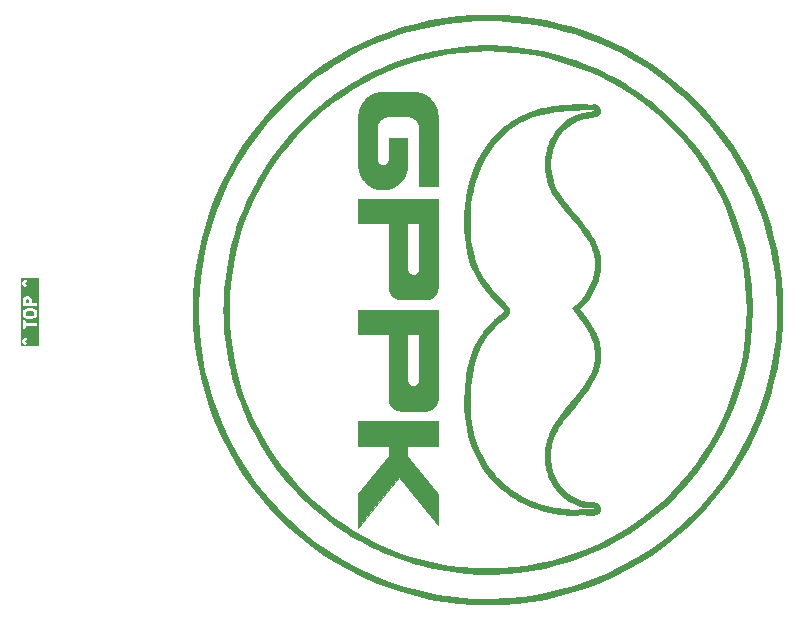
<source format=gto>
G04 #@! TF.GenerationSoftware,KiCad,Pcbnew,8.0.1*
G04 #@! TF.CreationDate,2024-04-08T19:57:07+01:00*
G04 #@! TF.ProjectId,hexpansion,68657870-616e-4736-996f-6e2e6b696361,rev?*
G04 #@! TF.SameCoordinates,Original*
G04 #@! TF.FileFunction,Legend,Top*
G04 #@! TF.FilePolarity,Positive*
%FSLAX46Y46*%
G04 Gerber Fmt 4.6, Leading zero omitted, Abs format (unit mm)*
G04 Created by KiCad (PCBNEW 8.0.1) date 2024-04-08 19:57:07*
%MOMM*%
%LPD*%
G01*
G04 APERTURE LIST*
%ADD10C,0.069916*%
%ADD11C,0.000000*%
%ADD12C,0.250000*%
G04 APERTURE END LIST*
D10*
X137922714Y-111256264D02*
X135337921Y-111256264D01*
X135337921Y-112158211D01*
X137922714Y-115390709D01*
X137922714Y-117969452D01*
X134666000Y-113901581D01*
X131209534Y-118229744D01*
X131209534Y-115390717D01*
X133788269Y-112158218D01*
X133788269Y-111256271D01*
X131209534Y-111256271D01*
X131209534Y-109192062D01*
X137922714Y-109192062D01*
X137922714Y-111256264D01*
G36*
X137922714Y-111256264D02*
G01*
X135337921Y-111256264D01*
X135337921Y-112158211D01*
X137922714Y-115390709D01*
X137922714Y-117969452D01*
X134666000Y-113901581D01*
X131209534Y-118229744D01*
X131209534Y-115390717D01*
X133788269Y-112158218D01*
X133788269Y-111256271D01*
X131209534Y-111256271D01*
X131209534Y-109192062D01*
X137922714Y-109192062D01*
X137922714Y-111256264D01*
G37*
D11*
G36*
X143437665Y-74797736D02*
G01*
X144668932Y-74889341D01*
X145889736Y-75040982D01*
X147098027Y-75251810D01*
X148291757Y-75520975D01*
X149468876Y-75847629D01*
X150627335Y-76230922D01*
X151765085Y-76670008D01*
X152880078Y-77164035D01*
X153970264Y-77712157D01*
X155033593Y-78313524D01*
X156068018Y-78967286D01*
X157071489Y-79672597D01*
X158041957Y-80428606D01*
X158977372Y-81234465D01*
X159875687Y-82089325D01*
X160730550Y-82987637D01*
X161536412Y-83923050D01*
X162292424Y-84893516D01*
X162997737Y-85896986D01*
X163651502Y-86931410D01*
X164252872Y-87994740D01*
X164800996Y-89084926D01*
X165295027Y-90199920D01*
X165734115Y-91337671D01*
X166117412Y-92496132D01*
X166444068Y-93673254D01*
X166713236Y-94866986D01*
X166924066Y-96075280D01*
X167075710Y-97296087D01*
X167167319Y-98527358D01*
X167198044Y-99767044D01*
X167167319Y-101006725D01*
X167075711Y-102237991D01*
X166924068Y-103458794D01*
X166713239Y-104667085D01*
X166444072Y-105860814D01*
X166117417Y-107037933D01*
X165734122Y-108196392D01*
X165295036Y-109334142D01*
X164801008Y-110449134D01*
X164252886Y-111539319D01*
X163651519Y-112602648D01*
X162997756Y-113637072D01*
X162292446Y-114640541D01*
X161536436Y-115611007D01*
X160730577Y-116546421D01*
X159875717Y-117444733D01*
X158977405Y-118299593D01*
X158041991Y-119105452D01*
X157071524Y-119861462D01*
X156068053Y-120566773D01*
X155033628Y-121220536D01*
X153970298Y-121821903D01*
X152880111Y-122370026D01*
X151765118Y-122864055D01*
X150627367Y-123303141D01*
X149468907Y-123686436D01*
X148291788Y-124013091D01*
X147098060Y-124282257D01*
X145889770Y-124493086D01*
X144668969Y-124644729D01*
X143437705Y-124736336D01*
X142198029Y-124767059D01*
X140958349Y-124736336D01*
X139727084Y-124644729D01*
X138506281Y-124493086D01*
X137297991Y-124282258D01*
X136104262Y-124013091D01*
X134927144Y-123686436D01*
X133768685Y-123303142D01*
X132630935Y-122864056D01*
X131515943Y-122370027D01*
X130425757Y-121821905D01*
X129362429Y-121220539D01*
X128328005Y-120566776D01*
X127324536Y-119861466D01*
X126354071Y-119105457D01*
X125418658Y-118299599D01*
X124520348Y-117444740D01*
X123665487Y-116546430D01*
X122859628Y-115611017D01*
X122103618Y-114640552D01*
X121398306Y-113637083D01*
X120744542Y-112602659D01*
X120143174Y-111539330D01*
X119595051Y-110449144D01*
X119101021Y-109334151D01*
X118661933Y-108196400D01*
X118278637Y-107037940D01*
X117951981Y-105860821D01*
X117682813Y-104667090D01*
X117471983Y-103458798D01*
X117320339Y-102237994D01*
X117228731Y-101006726D01*
X117198006Y-99767044D01*
X117209616Y-99298587D01*
X117744291Y-99298587D01*
X117745867Y-100426066D01*
X117798923Y-101552188D01*
X117903644Y-102674578D01*
X118060217Y-103790861D01*
X118268827Y-104898660D01*
X118529659Y-105995603D01*
X118842899Y-107079313D01*
X119208733Y-108147415D01*
X119729136Y-109472921D01*
X120329133Y-110762294D01*
X121005288Y-112012291D01*
X121754164Y-113219666D01*
X122572326Y-114381176D01*
X123456338Y-115493576D01*
X124402763Y-116553623D01*
X125408166Y-117558072D01*
X126469111Y-118503679D01*
X127582162Y-119387199D01*
X128743882Y-120205388D01*
X129950837Y-120955003D01*
X131199590Y-121632798D01*
X132486705Y-122235530D01*
X133808746Y-122759955D01*
X135162277Y-123202827D01*
X136565457Y-123585929D01*
X137987981Y-123879786D01*
X139424893Y-124085304D01*
X140871230Y-124203388D01*
X142322035Y-124234940D01*
X143772348Y-124180867D01*
X145217209Y-124042072D01*
X146651659Y-123819460D01*
X148070738Y-123513935D01*
X149469487Y-123126403D01*
X150842947Y-122657766D01*
X152186157Y-122108930D01*
X153494159Y-121480800D01*
X154761993Y-120774279D01*
X155984699Y-119990272D01*
X157157318Y-119129684D01*
X158256792Y-118237891D01*
X159298251Y-117281541D01*
X160279687Y-116264883D01*
X161199091Y-115192166D01*
X162054457Y-114067636D01*
X162843777Y-112895542D01*
X163565041Y-111680132D01*
X164216244Y-110425654D01*
X164795376Y-109136357D01*
X165300430Y-107816488D01*
X165729398Y-106470295D01*
X166080272Y-105102026D01*
X166351045Y-103715930D01*
X166539708Y-102316254D01*
X166644253Y-100907247D01*
X166662674Y-99493156D01*
X166662659Y-99493164D01*
X166652770Y-99115715D01*
X166636583Y-98738231D01*
X166614059Y-98360848D01*
X166585159Y-97983704D01*
X166562958Y-97496902D01*
X166483776Y-96818350D01*
X166386922Y-96142121D01*
X166272400Y-95468715D01*
X166140213Y-94798636D01*
X165990366Y-94132385D01*
X165822863Y-93470465D01*
X165637708Y-92813376D01*
X165434904Y-92161622D01*
X165214456Y-91515704D01*
X164976369Y-90876124D01*
X164720645Y-90243385D01*
X164447289Y-89617987D01*
X164156306Y-89000434D01*
X163847698Y-88391227D01*
X163521471Y-87790868D01*
X163177628Y-87199860D01*
X162729773Y-86480359D01*
X162256913Y-85777313D01*
X161759779Y-85091394D01*
X161239103Y-84423272D01*
X160695617Y-83773618D01*
X160130052Y-83143102D01*
X159543141Y-82532396D01*
X158935616Y-81942170D01*
X158308207Y-81373095D01*
X157661648Y-80825842D01*
X156996670Y-80301081D01*
X156314005Y-79799483D01*
X155614385Y-79321719D01*
X154898541Y-78868460D01*
X154167206Y-78440377D01*
X153421112Y-78038139D01*
X152666960Y-77665460D01*
X151900396Y-77319181D01*
X151122373Y-76999549D01*
X150333845Y-76706808D01*
X149535765Y-76441206D01*
X148729087Y-76202986D01*
X147914764Y-75992396D01*
X147093750Y-75809680D01*
X146266998Y-75655085D01*
X145435462Y-75528856D01*
X144600095Y-75431239D01*
X143761851Y-75362480D01*
X142921683Y-75322825D01*
X142080544Y-75312518D01*
X141239389Y-75331807D01*
X140399170Y-75380936D01*
X139555160Y-75456178D01*
X138714550Y-75561493D01*
X137878283Y-75696499D01*
X137047303Y-75860817D01*
X136222554Y-76054064D01*
X135404980Y-76275859D01*
X134595524Y-76525822D01*
X133795130Y-76803571D01*
X133004742Y-77108725D01*
X132225303Y-77440903D01*
X131457759Y-77799724D01*
X130703051Y-78184806D01*
X129962124Y-78595770D01*
X129235922Y-79032233D01*
X128525388Y-79493814D01*
X127831467Y-79980133D01*
X127153815Y-80489656D01*
X126494583Y-81022677D01*
X125854418Y-81578413D01*
X125233969Y-82156084D01*
X124633886Y-82754910D01*
X124054817Y-83374110D01*
X123497412Y-84012903D01*
X122962319Y-84670507D01*
X122450188Y-85346144D01*
X121961668Y-86039031D01*
X121497407Y-86748387D01*
X121058055Y-87473433D01*
X120644261Y-88213388D01*
X120256673Y-88967469D01*
X119895941Y-89734898D01*
X119562714Y-90514893D01*
X119159126Y-91567729D01*
X118805534Y-92638209D01*
X118502124Y-93723956D01*
X118249081Y-94822597D01*
X118046591Y-95931755D01*
X117894839Y-97049056D01*
X117794010Y-98172125D01*
X117744291Y-99298587D01*
X117209616Y-99298587D01*
X117228729Y-98527363D01*
X117320336Y-97296097D01*
X117471979Y-96075293D01*
X117682808Y-94867002D01*
X117951974Y-93673272D01*
X118278629Y-92496153D01*
X118661924Y-91337693D01*
X119101010Y-90199943D01*
X119595039Y-89084950D01*
X120143162Y-87994764D01*
X120744529Y-86931434D01*
X121398292Y-85897010D01*
X122103603Y-84893540D01*
X122859613Y-83923073D01*
X123665472Y-82987660D01*
X124520332Y-82089348D01*
X125418643Y-81234487D01*
X126354055Y-80428628D01*
X127324520Y-79672618D01*
X128327989Y-78967307D01*
X129362412Y-78313543D01*
X130425741Y-77712175D01*
X131515925Y-77164051D01*
X132630916Y-76670022D01*
X133768664Y-76230935D01*
X134927121Y-75847639D01*
X136104237Y-75520983D01*
X137297963Y-75251817D01*
X138506250Y-75040987D01*
X139727048Y-74889345D01*
X140958309Y-74797737D01*
X142197983Y-74767014D01*
X143437665Y-74797736D01*
G37*
D10*
X137922714Y-97829895D02*
X137921532Y-97882412D01*
X137917985Y-97934031D01*
X137912073Y-97984751D01*
X137903797Y-98034572D01*
X137893156Y-98083496D01*
X137880151Y-98131521D01*
X137864781Y-98178647D01*
X137847046Y-98224875D01*
X137826946Y-98270205D01*
X137804482Y-98314636D01*
X137779654Y-98358169D01*
X137752460Y-98400803D01*
X137722903Y-98442539D01*
X137690980Y-98483376D01*
X137656693Y-98523315D01*
X137620041Y-98562355D01*
X137581713Y-98599005D01*
X137542391Y-98633291D01*
X137502076Y-98665212D01*
X137460768Y-98694769D01*
X137418466Y-98721961D01*
X137375171Y-98746788D01*
X137330883Y-98769251D01*
X137285601Y-98789350D01*
X137239326Y-98807083D01*
X137192057Y-98822453D01*
X137143795Y-98835457D01*
X137094540Y-98846097D01*
X137044292Y-98854373D01*
X136993051Y-98860284D01*
X136940816Y-98863831D01*
X136887588Y-98865013D01*
X134823395Y-98865013D01*
X134770167Y-98863831D01*
X134717932Y-98860284D01*
X134666691Y-98854373D01*
X134616443Y-98846097D01*
X134567187Y-98835457D01*
X134518925Y-98822453D01*
X134471657Y-98807083D01*
X134425381Y-98789350D01*
X134380098Y-98769251D01*
X134335809Y-98746788D01*
X134292512Y-98721961D01*
X134250209Y-98694769D01*
X134208899Y-98665212D01*
X134168582Y-98633291D01*
X134129258Y-98599005D01*
X134090927Y-98562355D01*
X134054275Y-98523315D01*
X134019988Y-98483376D01*
X133988065Y-98442539D01*
X133958508Y-98400803D01*
X133931314Y-98358169D01*
X133906486Y-98314636D01*
X133884022Y-98270205D01*
X133863922Y-98224875D01*
X133846187Y-98178647D01*
X133830817Y-98131521D01*
X133817812Y-98083496D01*
X133807171Y-98034572D01*
X133798895Y-97984751D01*
X133792983Y-97934031D01*
X133789436Y-97882412D01*
X133788254Y-97829895D01*
X133788254Y-92406075D01*
X135337921Y-92406075D01*
X135337921Y-96280235D01*
X135338512Y-96306482D01*
X135340286Y-96332256D01*
X135343242Y-96357556D01*
X135347380Y-96382384D01*
X135352700Y-96406739D01*
X135359203Y-96430621D01*
X135366888Y-96454030D01*
X135375755Y-96476966D01*
X135385805Y-96499429D01*
X135397037Y-96521420D01*
X135409451Y-96542937D01*
X135423048Y-96563982D01*
X135437827Y-96584554D01*
X135453788Y-96604653D01*
X135470932Y-96624279D01*
X135489258Y-96643433D01*
X135508435Y-96661757D01*
X135528132Y-96678900D01*
X135548349Y-96694860D01*
X135569086Y-96709638D01*
X135590344Y-96723234D01*
X135612121Y-96735648D01*
X135634418Y-96746879D01*
X135657236Y-96756928D01*
X135680574Y-96765796D01*
X135704432Y-96773480D01*
X135728810Y-96779983D01*
X135753709Y-96785303D01*
X135779127Y-96789441D01*
X135805066Y-96792397D01*
X135831526Y-96794170D01*
X135858505Y-96794762D01*
X135884753Y-96794170D01*
X135910528Y-96792397D01*
X135935830Y-96789441D01*
X135960658Y-96785303D01*
X135985014Y-96779983D01*
X136008896Y-96773480D01*
X136032306Y-96765796D01*
X136055243Y-96756928D01*
X136077706Y-96746879D01*
X136099697Y-96735648D01*
X136121215Y-96723234D01*
X136142259Y-96709638D01*
X136162831Y-96694860D01*
X136182930Y-96678900D01*
X136202557Y-96661757D01*
X136221710Y-96643433D01*
X136240036Y-96624279D01*
X136257180Y-96604653D01*
X136273141Y-96584554D01*
X136287920Y-96563982D01*
X136301517Y-96542937D01*
X136313931Y-96521420D01*
X136325163Y-96499429D01*
X136335213Y-96476966D01*
X136344080Y-96454030D01*
X136351765Y-96430621D01*
X136358268Y-96406739D01*
X136363588Y-96382384D01*
X136367726Y-96357556D01*
X136370682Y-96332256D01*
X136372456Y-96306482D01*
X136373047Y-96280235D01*
X136373047Y-92406075D01*
X135337921Y-92406075D01*
X133788254Y-92406075D01*
X131209518Y-92406075D01*
X131209534Y-90341873D01*
X137922714Y-90341873D01*
X137922714Y-97829895D01*
G36*
X137922714Y-97829895D02*
G01*
X137921532Y-97882412D01*
X137917985Y-97934031D01*
X137912073Y-97984751D01*
X137903797Y-98034572D01*
X137893156Y-98083496D01*
X137880151Y-98131521D01*
X137864781Y-98178647D01*
X137847046Y-98224875D01*
X137826946Y-98270205D01*
X137804482Y-98314636D01*
X137779654Y-98358169D01*
X137752460Y-98400803D01*
X137722903Y-98442539D01*
X137690980Y-98483376D01*
X137656693Y-98523315D01*
X137620041Y-98562355D01*
X137581713Y-98599005D01*
X137542391Y-98633291D01*
X137502076Y-98665212D01*
X137460768Y-98694769D01*
X137418466Y-98721961D01*
X137375171Y-98746788D01*
X137330883Y-98769251D01*
X137285601Y-98789350D01*
X137239326Y-98807083D01*
X137192057Y-98822453D01*
X137143795Y-98835457D01*
X137094540Y-98846097D01*
X137044292Y-98854373D01*
X136993051Y-98860284D01*
X136940816Y-98863831D01*
X136887588Y-98865013D01*
X134823395Y-98865013D01*
X134770167Y-98863831D01*
X134717932Y-98860284D01*
X134666691Y-98854373D01*
X134616443Y-98846097D01*
X134567187Y-98835457D01*
X134518925Y-98822453D01*
X134471657Y-98807083D01*
X134425381Y-98789350D01*
X134380098Y-98769251D01*
X134335809Y-98746788D01*
X134292512Y-98721961D01*
X134250209Y-98694769D01*
X134208899Y-98665212D01*
X134168582Y-98633291D01*
X134129258Y-98599005D01*
X134090927Y-98562355D01*
X134054275Y-98523315D01*
X134019988Y-98483376D01*
X133988065Y-98442539D01*
X133958508Y-98400803D01*
X133931314Y-98358169D01*
X133906486Y-98314636D01*
X133884022Y-98270205D01*
X133863922Y-98224875D01*
X133846187Y-98178647D01*
X133830817Y-98131521D01*
X133817812Y-98083496D01*
X133807171Y-98034572D01*
X133798895Y-97984751D01*
X133792983Y-97934031D01*
X133789436Y-97882412D01*
X133788254Y-97829895D01*
X133788254Y-92406075D01*
X135337921Y-92406075D01*
X135337921Y-96280235D01*
X135338512Y-96306482D01*
X135340286Y-96332256D01*
X135343242Y-96357556D01*
X135347380Y-96382384D01*
X135352700Y-96406739D01*
X135359203Y-96430621D01*
X135366888Y-96454030D01*
X135375755Y-96476966D01*
X135385805Y-96499429D01*
X135397037Y-96521420D01*
X135409451Y-96542937D01*
X135423048Y-96563982D01*
X135437827Y-96584554D01*
X135453788Y-96604653D01*
X135470932Y-96624279D01*
X135489258Y-96643433D01*
X135508435Y-96661757D01*
X135528132Y-96678900D01*
X135548349Y-96694860D01*
X135569086Y-96709638D01*
X135590344Y-96723234D01*
X135612121Y-96735648D01*
X135634418Y-96746879D01*
X135657236Y-96756928D01*
X135680574Y-96765796D01*
X135704432Y-96773480D01*
X135728810Y-96779983D01*
X135753709Y-96785303D01*
X135779127Y-96789441D01*
X135805066Y-96792397D01*
X135831526Y-96794170D01*
X135858505Y-96794762D01*
X135884753Y-96794170D01*
X135910528Y-96792397D01*
X135935830Y-96789441D01*
X135960658Y-96785303D01*
X135985014Y-96779983D01*
X136008896Y-96773480D01*
X136032306Y-96765796D01*
X136055243Y-96756928D01*
X136077706Y-96746879D01*
X136099697Y-96735648D01*
X136121215Y-96723234D01*
X136142259Y-96709638D01*
X136162831Y-96694860D01*
X136182930Y-96678900D01*
X136202557Y-96661757D01*
X136221710Y-96643433D01*
X136240036Y-96624279D01*
X136257180Y-96604653D01*
X136273141Y-96584554D01*
X136287920Y-96563982D01*
X136301517Y-96542937D01*
X136313931Y-96521420D01*
X136325163Y-96499429D01*
X136335213Y-96476966D01*
X136344080Y-96454030D01*
X136351765Y-96430621D01*
X136358268Y-96406739D01*
X136363588Y-96382384D01*
X136367726Y-96357556D01*
X136370682Y-96332256D01*
X136372456Y-96306482D01*
X136373047Y-96280235D01*
X136373047Y-92406075D01*
X135337921Y-92406075D01*
X133788254Y-92406075D01*
X131209518Y-92406075D01*
X131209534Y-90341873D01*
X137922714Y-90341873D01*
X137922714Y-97829895D01*
G37*
X137922714Y-107254990D02*
X137921532Y-107307506D01*
X137917985Y-107359125D01*
X137912073Y-107409845D01*
X137903797Y-107459666D01*
X137893156Y-107508589D01*
X137880151Y-107556613D01*
X137864781Y-107603739D01*
X137847046Y-107649966D01*
X137826946Y-107695295D01*
X137804482Y-107739726D01*
X137779654Y-107783258D01*
X137752460Y-107825891D01*
X137722903Y-107867627D01*
X137690980Y-107908463D01*
X137656693Y-107948402D01*
X137620041Y-107987442D01*
X137581713Y-108024094D01*
X137542391Y-108058381D01*
X137502076Y-108090304D01*
X137460768Y-108119862D01*
X137418466Y-108147055D01*
X137375171Y-108171884D01*
X137330883Y-108194348D01*
X137285601Y-108214447D01*
X137239326Y-108232182D01*
X137192057Y-108247552D01*
X137143795Y-108260557D01*
X137094540Y-108271198D01*
X137044292Y-108279474D01*
X136993051Y-108285386D01*
X136940816Y-108288933D01*
X136887588Y-108290115D01*
X134823395Y-108290115D01*
X134770167Y-108288933D01*
X134717932Y-108285386D01*
X134666691Y-108279474D01*
X134616443Y-108271198D01*
X134567187Y-108260557D01*
X134518925Y-108247552D01*
X134471657Y-108232182D01*
X134425381Y-108214447D01*
X134380098Y-108194348D01*
X134335809Y-108171884D01*
X134292512Y-108147055D01*
X134250209Y-108119862D01*
X134208899Y-108090304D01*
X134168582Y-108058381D01*
X134129258Y-108024094D01*
X134090927Y-107987442D01*
X134054275Y-107948402D01*
X134019988Y-107908463D01*
X133988065Y-107867627D01*
X133958508Y-107825891D01*
X133931314Y-107783258D01*
X133906486Y-107739726D01*
X133884022Y-107695295D01*
X133863922Y-107649966D01*
X133846187Y-107603739D01*
X133830817Y-107556613D01*
X133817812Y-107508589D01*
X133807171Y-107459666D01*
X133798895Y-107409845D01*
X133792983Y-107359125D01*
X133789436Y-107307506D01*
X133788254Y-107254990D01*
X133788254Y-101831169D01*
X135337921Y-101831169D01*
X135337921Y-105705322D01*
X135338512Y-105731569D01*
X135340286Y-105757343D01*
X135343242Y-105782644D01*
X135347380Y-105807472D01*
X135352700Y-105831827D01*
X135359203Y-105855710D01*
X135366888Y-105879119D01*
X135375755Y-105902056D01*
X135385805Y-105924519D01*
X135397037Y-105946510D01*
X135409451Y-105968028D01*
X135423048Y-105989072D01*
X135437827Y-106009644D01*
X135453788Y-106029742D01*
X135470932Y-106049367D01*
X135489258Y-106068520D01*
X135508435Y-106086846D01*
X135528132Y-106103989D01*
X135548349Y-106119950D01*
X135569086Y-106134729D01*
X135590344Y-106148326D01*
X135612121Y-106160740D01*
X135634418Y-106171972D01*
X135657236Y-106182022D01*
X135680574Y-106190889D01*
X135704432Y-106198575D01*
X135728810Y-106205077D01*
X135753709Y-106210398D01*
X135779127Y-106214536D01*
X135805066Y-106217492D01*
X135831526Y-106219265D01*
X135858505Y-106219856D01*
X135884753Y-106219265D01*
X135910528Y-106217492D01*
X135935830Y-106214536D01*
X135960658Y-106210398D01*
X135985014Y-106205077D01*
X136008896Y-106198575D01*
X136032306Y-106190889D01*
X136055243Y-106182022D01*
X136077706Y-106171972D01*
X136099697Y-106160740D01*
X136121215Y-106148326D01*
X136142259Y-106134729D01*
X136162831Y-106119950D01*
X136182930Y-106103989D01*
X136202557Y-106086846D01*
X136221710Y-106068520D01*
X136240036Y-106049367D01*
X136257180Y-106029742D01*
X136273141Y-106009644D01*
X136287920Y-105989072D01*
X136301517Y-105968028D01*
X136313931Y-105946510D01*
X136325163Y-105924519D01*
X136335213Y-105902056D01*
X136344080Y-105879119D01*
X136351765Y-105855710D01*
X136358268Y-105831827D01*
X136363588Y-105807472D01*
X136367726Y-105782644D01*
X136370682Y-105757343D01*
X136372456Y-105731569D01*
X136373047Y-105705322D01*
X136373047Y-101831169D01*
X135337921Y-101831169D01*
X133788254Y-101831169D01*
X131209518Y-101831169D01*
X131209534Y-99766975D01*
X137922714Y-99766975D01*
X137922714Y-107254990D01*
G36*
X137922714Y-107254990D02*
G01*
X137921532Y-107307506D01*
X137917985Y-107359125D01*
X137912073Y-107409845D01*
X137903797Y-107459666D01*
X137893156Y-107508589D01*
X137880151Y-107556613D01*
X137864781Y-107603739D01*
X137847046Y-107649966D01*
X137826946Y-107695295D01*
X137804482Y-107739726D01*
X137779654Y-107783258D01*
X137752460Y-107825891D01*
X137722903Y-107867627D01*
X137690980Y-107908463D01*
X137656693Y-107948402D01*
X137620041Y-107987442D01*
X137581713Y-108024094D01*
X137542391Y-108058381D01*
X137502076Y-108090304D01*
X137460768Y-108119862D01*
X137418466Y-108147055D01*
X137375171Y-108171884D01*
X137330883Y-108194348D01*
X137285601Y-108214447D01*
X137239326Y-108232182D01*
X137192057Y-108247552D01*
X137143795Y-108260557D01*
X137094540Y-108271198D01*
X137044292Y-108279474D01*
X136993051Y-108285386D01*
X136940816Y-108288933D01*
X136887588Y-108290115D01*
X134823395Y-108290115D01*
X134770167Y-108288933D01*
X134717932Y-108285386D01*
X134666691Y-108279474D01*
X134616443Y-108271198D01*
X134567187Y-108260557D01*
X134518925Y-108247552D01*
X134471657Y-108232182D01*
X134425381Y-108214447D01*
X134380098Y-108194348D01*
X134335809Y-108171884D01*
X134292512Y-108147055D01*
X134250209Y-108119862D01*
X134208899Y-108090304D01*
X134168582Y-108058381D01*
X134129258Y-108024094D01*
X134090927Y-107987442D01*
X134054275Y-107948402D01*
X134019988Y-107908463D01*
X133988065Y-107867627D01*
X133958508Y-107825891D01*
X133931314Y-107783258D01*
X133906486Y-107739726D01*
X133884022Y-107695295D01*
X133863922Y-107649966D01*
X133846187Y-107603739D01*
X133830817Y-107556613D01*
X133817812Y-107508589D01*
X133807171Y-107459666D01*
X133798895Y-107409845D01*
X133792983Y-107359125D01*
X133789436Y-107307506D01*
X133788254Y-107254990D01*
X133788254Y-101831169D01*
X135337921Y-101831169D01*
X135337921Y-105705322D01*
X135338512Y-105731569D01*
X135340286Y-105757343D01*
X135343242Y-105782644D01*
X135347380Y-105807472D01*
X135352700Y-105831827D01*
X135359203Y-105855710D01*
X135366888Y-105879119D01*
X135375755Y-105902056D01*
X135385805Y-105924519D01*
X135397037Y-105946510D01*
X135409451Y-105968028D01*
X135423048Y-105989072D01*
X135437827Y-106009644D01*
X135453788Y-106029742D01*
X135470932Y-106049367D01*
X135489258Y-106068520D01*
X135508435Y-106086846D01*
X135528132Y-106103989D01*
X135548349Y-106119950D01*
X135569086Y-106134729D01*
X135590344Y-106148326D01*
X135612121Y-106160740D01*
X135634418Y-106171972D01*
X135657236Y-106182022D01*
X135680574Y-106190889D01*
X135704432Y-106198575D01*
X135728810Y-106205077D01*
X135753709Y-106210398D01*
X135779127Y-106214536D01*
X135805066Y-106217492D01*
X135831526Y-106219265D01*
X135858505Y-106219856D01*
X135884753Y-106219265D01*
X135910528Y-106217492D01*
X135935830Y-106214536D01*
X135960658Y-106210398D01*
X135985014Y-106205077D01*
X136008896Y-106198575D01*
X136032306Y-106190889D01*
X136055243Y-106182022D01*
X136077706Y-106171972D01*
X136099697Y-106160740D01*
X136121215Y-106148326D01*
X136142259Y-106134729D01*
X136162831Y-106119950D01*
X136182930Y-106103989D01*
X136202557Y-106086846D01*
X136221710Y-106068520D01*
X136240036Y-106049367D01*
X136257180Y-106029742D01*
X136273141Y-106009644D01*
X136287920Y-105989072D01*
X136301517Y-105968028D01*
X136313931Y-105946510D01*
X136325163Y-105924519D01*
X136335213Y-105902056D01*
X136344080Y-105879119D01*
X136351765Y-105855710D01*
X136358268Y-105831827D01*
X136363588Y-105807472D01*
X136367726Y-105782644D01*
X136370682Y-105757343D01*
X136372456Y-105731569D01*
X136373047Y-105705322D01*
X136373047Y-101831169D01*
X135337921Y-101831169D01*
X133788254Y-101831169D01*
X131209518Y-101831169D01*
X131209534Y-99766975D01*
X137922714Y-99766975D01*
X137922714Y-107254990D01*
G37*
D11*
G36*
X142789686Y-77373884D02*
G01*
X143369432Y-77396868D01*
X143948363Y-77435047D01*
X144526079Y-77488460D01*
X145102178Y-77557146D01*
X145676260Y-77641142D01*
X146247925Y-77740486D01*
X146743978Y-77835272D01*
X147237628Y-77941863D01*
X147728639Y-78060099D01*
X148216779Y-78189824D01*
X148701814Y-78330880D01*
X149183508Y-78483109D01*
X149661629Y-78646354D01*
X150135942Y-78820457D01*
X150606214Y-79005261D01*
X151072210Y-79200608D01*
X151533696Y-79406340D01*
X151990438Y-79622300D01*
X152442202Y-79848331D01*
X152888755Y-80084273D01*
X153329862Y-80329971D01*
X153765289Y-80585266D01*
X154225212Y-80868979D01*
X154677743Y-81163940D01*
X155122701Y-81469914D01*
X155559906Y-81786666D01*
X155989175Y-82113959D01*
X156410326Y-82451558D01*
X156823179Y-82799227D01*
X157227551Y-83156732D01*
X157623260Y-83523835D01*
X158010126Y-83900302D01*
X158387967Y-84285897D01*
X158756601Y-84680385D01*
X159115847Y-85083529D01*
X159465522Y-85495094D01*
X159805446Y-85914844D01*
X160135437Y-86342545D01*
X160471683Y-86807455D01*
X160796289Y-87280626D01*
X161109033Y-87761757D01*
X161409692Y-88250549D01*
X161698044Y-88746703D01*
X161973868Y-89249919D01*
X162236939Y-89759897D01*
X162487038Y-90276338D01*
X162723940Y-90798941D01*
X162947425Y-91327409D01*
X163157269Y-91861440D01*
X163353251Y-92400735D01*
X163535148Y-92944995D01*
X163702739Y-93493921D01*
X163855800Y-94047212D01*
X163994110Y-94604568D01*
X164139910Y-95238431D01*
X164262117Y-95876508D01*
X164362828Y-96518143D01*
X164444139Y-97162679D01*
X164508148Y-97809460D01*
X164556951Y-98457829D01*
X164592645Y-99107130D01*
X164617325Y-99756706D01*
X164617355Y-99756699D01*
X164583454Y-101099177D01*
X164464964Y-102434955D01*
X164264027Y-103759834D01*
X163982787Y-105069617D01*
X163623384Y-106360103D01*
X163187961Y-107627095D01*
X162678659Y-108866395D01*
X162097622Y-110073803D01*
X161446991Y-111245122D01*
X160728907Y-112376152D01*
X159945514Y-113462696D01*
X159098953Y-114500555D01*
X158191366Y-115485530D01*
X157224895Y-116413423D01*
X156201683Y-117280036D01*
X155123871Y-118081169D01*
X154198035Y-118704946D01*
X153241646Y-119279552D01*
X152257389Y-119804333D01*
X151247955Y-120278632D01*
X150216029Y-120701795D01*
X149164300Y-121073165D01*
X148095457Y-121392089D01*
X147012186Y-121657909D01*
X145917176Y-121869972D01*
X144813114Y-122027620D01*
X143702689Y-122130200D01*
X142588588Y-122177055D01*
X141473500Y-122167530D01*
X140360111Y-122100969D01*
X139251110Y-121976718D01*
X138149185Y-121794121D01*
X137653000Y-121699370D01*
X137159234Y-121592771D01*
X136668118Y-121474488D01*
X136179882Y-121344688D01*
X135694758Y-121203535D01*
X135212975Y-121051194D01*
X134734766Y-120887832D01*
X134260361Y-120713612D01*
X133789990Y-120528700D01*
X133323885Y-120333261D01*
X132862277Y-120127460D01*
X132405395Y-119911463D01*
X131953472Y-119685435D01*
X131506738Y-119449541D01*
X131065424Y-119203945D01*
X130629761Y-118948814D01*
X130170293Y-118664653D01*
X129718217Y-118369327D01*
X129273703Y-118063070D01*
X128836924Y-117746116D01*
X128408053Y-117418700D01*
X127987262Y-117081056D01*
X127574724Y-116733418D01*
X127170610Y-116376020D01*
X126775094Y-116009098D01*
X126388347Y-115632884D01*
X126010542Y-115247614D01*
X125641852Y-114853521D01*
X125282448Y-114450840D01*
X124932503Y-114039805D01*
X124592190Y-113620651D01*
X124261681Y-113193611D01*
X123925692Y-112728412D01*
X123601264Y-112255011D01*
X123288630Y-111773701D01*
X122988020Y-111284774D01*
X122699666Y-110788523D01*
X122423801Y-110285241D01*
X122160656Y-109775219D01*
X121910462Y-109258751D01*
X121673453Y-108736129D01*
X121449859Y-108207645D01*
X121239912Y-107673592D01*
X121043844Y-107134263D01*
X120861887Y-106589949D01*
X120694273Y-106040945D01*
X120541233Y-105487541D01*
X120403000Y-104930031D01*
X120277358Y-104370432D01*
X120166123Y-103807656D01*
X120069356Y-103242098D01*
X119987118Y-102674155D01*
X119919469Y-102104222D01*
X119866469Y-101532696D01*
X119828178Y-100959972D01*
X119804658Y-100386446D01*
X119795968Y-99812515D01*
X119796460Y-99767006D01*
X120308922Y-99767006D01*
X120337411Y-100893413D01*
X120421946Y-102005033D01*
X120561152Y-103100490D01*
X120753653Y-104178410D01*
X120998076Y-105237417D01*
X121293043Y-106276135D01*
X121637181Y-107293190D01*
X122029113Y-108287206D01*
X122467464Y-109256808D01*
X122950860Y-110200620D01*
X123477924Y-111117267D01*
X124047282Y-112005374D01*
X124657559Y-112863566D01*
X125307378Y-113690467D01*
X125995365Y-114484702D01*
X126720144Y-115244895D01*
X127480341Y-115969672D01*
X128274579Y-116657656D01*
X129101485Y-117307474D01*
X129959681Y-117917748D01*
X130847794Y-118487105D01*
X131764447Y-119014168D01*
X132708266Y-119497563D01*
X133677876Y-119935914D01*
X134671900Y-120327846D01*
X135688964Y-120671983D01*
X136727692Y-120966951D01*
X137786710Y-121211373D01*
X138864641Y-121403875D01*
X139960111Y-121543081D01*
X141071744Y-121627616D01*
X142198166Y-121656105D01*
X143283600Y-121629214D01*
X144361666Y-121549015D01*
X145430571Y-121416250D01*
X146488522Y-121231663D01*
X147533722Y-120995996D01*
X148564379Y-120709994D01*
X149578699Y-120374398D01*
X150574886Y-119989953D01*
X151551148Y-119557401D01*
X152505690Y-119077486D01*
X153436717Y-118550950D01*
X154342436Y-117978538D01*
X155221052Y-117360991D01*
X156070772Y-116699054D01*
X156889801Y-115993469D01*
X157676346Y-115244980D01*
X158424845Y-114458445D01*
X159130440Y-113639424D01*
X159792387Y-112789712D01*
X160409943Y-111911103D01*
X160982365Y-111005392D01*
X161508910Y-110074372D01*
X161988835Y-109119839D01*
X162421396Y-108143586D01*
X162805851Y-107147409D01*
X163141457Y-106133101D01*
X163427469Y-105102458D01*
X163663146Y-104057273D01*
X163847743Y-102999340D01*
X163980519Y-101930456D01*
X164060729Y-100852413D01*
X164087631Y-99767006D01*
X164060723Y-98681574D01*
X163980506Y-97603509D01*
X163847724Y-96534606D01*
X163663118Y-95476659D01*
X163427434Y-94431462D01*
X163141413Y-93400810D01*
X162805800Y-92386495D01*
X162421337Y-91390313D01*
X161988768Y-90414058D01*
X161508836Y-89459524D01*
X160982284Y-88528505D01*
X160409855Y-87622795D01*
X159792293Y-86744189D01*
X159130341Y-85894480D01*
X158424742Y-85075463D01*
X157676239Y-84288933D01*
X156889692Y-83540448D01*
X156070659Y-82834868D01*
X155220935Y-82172936D01*
X154342313Y-81555395D01*
X153436588Y-80982988D01*
X152505553Y-80456458D01*
X151551003Y-79976549D01*
X150574732Y-79544003D01*
X149578533Y-79159565D01*
X148564200Y-78823976D01*
X147533528Y-78537980D01*
X146488310Y-78302321D01*
X145430340Y-78117740D01*
X144361413Y-77984982D01*
X143283322Y-77904790D01*
X142197861Y-77877907D01*
X141071453Y-77906403D01*
X139959834Y-77990946D01*
X138864377Y-78130160D01*
X137786458Y-78322669D01*
X136727453Y-78567098D01*
X135688737Y-78862072D01*
X134671685Y-79206216D01*
X133677672Y-79598153D01*
X132708073Y-80036510D01*
X131764265Y-80519910D01*
X130847622Y-81046978D01*
X129959520Y-81616339D01*
X129101333Y-82226617D01*
X128274437Y-82876437D01*
X127480208Y-83564424D01*
X126720020Y-84289203D01*
X125995250Y-85049397D01*
X125307271Y-85843632D01*
X124657460Y-86670533D01*
X124047192Y-87528723D01*
X123477843Y-88416829D01*
X122950786Y-89333473D01*
X122467398Y-90277282D01*
X122029054Y-91246879D01*
X121637130Y-92240889D01*
X121293000Y-93257938D01*
X120998040Y-94296649D01*
X120753625Y-95355647D01*
X120561130Y-96433557D01*
X120421931Y-97529004D01*
X120337403Y-98640612D01*
X120308922Y-99767006D01*
X119796460Y-99767006D01*
X119802170Y-99238573D01*
X119823322Y-98665018D01*
X119859487Y-98092245D01*
X119910724Y-97520651D01*
X119977093Y-96950630D01*
X120058656Y-96382579D01*
X120155472Y-95816895D01*
X120248521Y-95314118D01*
X120353868Y-94813790D01*
X120471329Y-94316149D01*
X120600718Y-93821435D01*
X120741853Y-93329888D01*
X120894548Y-92841746D01*
X121058619Y-92357249D01*
X121233883Y-91876637D01*
X121420154Y-91400148D01*
X121617249Y-90928022D01*
X121824983Y-90460499D01*
X122043172Y-89997818D01*
X122271632Y-89540219D01*
X122510178Y-89087940D01*
X122758626Y-88641221D01*
X123016792Y-88200302D01*
X123300498Y-87740387D01*
X123595442Y-87287873D01*
X123901390Y-86842940D01*
X124218108Y-86405769D01*
X124545362Y-85976539D01*
X124882918Y-85555431D01*
X125230541Y-85142625D01*
X125587997Y-84738300D01*
X125955053Y-84342638D01*
X126331473Y-83955818D01*
X126717024Y-83578021D01*
X127111472Y-83209426D01*
X127514582Y-82850213D01*
X127926120Y-82500564D01*
X128345852Y-82160657D01*
X128773544Y-81830673D01*
X129238456Y-81494421D01*
X129711627Y-81169798D01*
X130192758Y-80857028D01*
X130681550Y-80556336D01*
X131177703Y-80267944D01*
X131680918Y-79992076D01*
X132190895Y-79728957D01*
X132707335Y-79478809D01*
X133229937Y-79241858D01*
X133758404Y-79018326D01*
X134292434Y-78808437D01*
X134831730Y-78612415D01*
X135375990Y-78430484D01*
X135924916Y-78262868D01*
X136478209Y-78109790D01*
X137035568Y-77971474D01*
X137601423Y-77844587D01*
X138170470Y-77732516D01*
X138742309Y-77635299D01*
X139316539Y-77552974D01*
X139892759Y-77485579D01*
X140470568Y-77433152D01*
X141049566Y-77395731D01*
X141629353Y-77373354D01*
X142209526Y-77366059D01*
X142789686Y-77373884D01*
G37*
G36*
X151246709Y-82353946D02*
G01*
X151295516Y-82363604D01*
X151342762Y-82377714D01*
X151388282Y-82396001D01*
X151431911Y-82418189D01*
X151473487Y-82444003D01*
X151512845Y-82473165D01*
X151549821Y-82505401D01*
X151584252Y-82540434D01*
X151615974Y-82577989D01*
X151644822Y-82617790D01*
X151670633Y-82659560D01*
X151693244Y-82703025D01*
X151712489Y-82747907D01*
X151728207Y-82793932D01*
X151740231Y-82840823D01*
X151748399Y-82888304D01*
X151752547Y-82936101D01*
X151752511Y-82983936D01*
X151748127Y-83031533D01*
X151739231Y-83078618D01*
X151725660Y-83124914D01*
X151707249Y-83170145D01*
X151683834Y-83214036D01*
X151655253Y-83256310D01*
X151621340Y-83296691D01*
X151581932Y-83334905D01*
X151536865Y-83370674D01*
X151413586Y-83403504D01*
X151288695Y-83432293D01*
X151035329Y-83481327D01*
X150523029Y-83570245D01*
X150395621Y-83595783D01*
X150269105Y-83624432D01*
X150143796Y-83657087D01*
X150020005Y-83694641D01*
X149898047Y-83737988D01*
X149778234Y-83788022D01*
X149660879Y-83845638D01*
X149546295Y-83911728D01*
X149359644Y-84011410D01*
X149182331Y-84121118D01*
X149014329Y-84240355D01*
X148855611Y-84368625D01*
X148706150Y-84505431D01*
X148565917Y-84650278D01*
X148434887Y-84802670D01*
X148313031Y-84962109D01*
X148200322Y-85128100D01*
X148096734Y-85300146D01*
X148002238Y-85477751D01*
X147916807Y-85660419D01*
X147840415Y-85847653D01*
X147773033Y-86038958D01*
X147714635Y-86233836D01*
X147665194Y-86431792D01*
X147593069Y-86834952D01*
X147556443Y-87244467D01*
X147555095Y-87656367D01*
X147588808Y-88066681D01*
X147657364Y-88471440D01*
X147760543Y-88866672D01*
X147898128Y-89248409D01*
X147979755Y-89432975D01*
X148069901Y-89612679D01*
X148255179Y-89908062D01*
X148452105Y-90195605D01*
X148658792Y-90476576D01*
X148873354Y-90752246D01*
X149318557Y-91292761D01*
X149772621Y-91827311D01*
X150220454Y-92366053D01*
X150437317Y-92640172D01*
X150646963Y-92919149D01*
X150847504Y-93204254D01*
X151037056Y-93496758D01*
X151213730Y-93797930D01*
X151375641Y-94109039D01*
X151456463Y-94288526D01*
X151527878Y-94470265D01*
X151590031Y-94653995D01*
X151643066Y-94839455D01*
X151687129Y-95026385D01*
X151722362Y-95214522D01*
X151748912Y-95403606D01*
X151766922Y-95593377D01*
X151776536Y-95783572D01*
X151777900Y-95973932D01*
X151771158Y-96164195D01*
X151756454Y-96354100D01*
X151733933Y-96543386D01*
X151703739Y-96731792D01*
X151666017Y-96919057D01*
X151620911Y-97104920D01*
X151568565Y-97289121D01*
X151509125Y-97471398D01*
X151369539Y-97829135D01*
X151203307Y-98176046D01*
X151011586Y-98510041D01*
X150795531Y-98829033D01*
X150556298Y-99130934D01*
X150428352Y-99274822D01*
X150295044Y-99413655D01*
X150156520Y-99547172D01*
X150012924Y-99675110D01*
X150316946Y-100078026D01*
X150615406Y-100488771D01*
X150759654Y-100697979D01*
X150899037Y-100910226D01*
X151032396Y-101125871D01*
X151158573Y-101345274D01*
X151276410Y-101568796D01*
X151384748Y-101796796D01*
X151482430Y-102029636D01*
X151568296Y-102267675D01*
X151641190Y-102511274D01*
X151699951Y-102760792D01*
X151743423Y-103016591D01*
X151770447Y-103279030D01*
X151782349Y-103501747D01*
X151786299Y-103690035D01*
X151780799Y-103875248D01*
X151766244Y-104057486D01*
X151743027Y-104236852D01*
X151711543Y-104413450D01*
X151672186Y-104587379D01*
X151625351Y-104758744D01*
X151571431Y-104927646D01*
X151510820Y-105094187D01*
X151443913Y-105258470D01*
X151292787Y-105580669D01*
X151121206Y-105895061D01*
X150932323Y-106202462D01*
X150729293Y-106503692D01*
X150515267Y-106799567D01*
X150293401Y-107090904D01*
X150066846Y-107378523D01*
X149612288Y-107945872D01*
X149390590Y-108227239D01*
X149176819Y-108508156D01*
X149002035Y-108704272D01*
X148831924Y-108906428D01*
X148667550Y-109114460D01*
X148509975Y-109328207D01*
X148360264Y-109547507D01*
X148219480Y-109772199D01*
X148088686Y-110002120D01*
X147968946Y-110237108D01*
X147861325Y-110477003D01*
X147766884Y-110721641D01*
X147686688Y-110970861D01*
X147621801Y-111224502D01*
X147573285Y-111482401D01*
X147542205Y-111744396D01*
X147529624Y-112010326D01*
X147536606Y-112280029D01*
X147538629Y-112458305D01*
X147549655Y-112635768D01*
X147569469Y-112812114D01*
X147597856Y-112987034D01*
X147634603Y-113160224D01*
X147679494Y-113331377D01*
X147732316Y-113500186D01*
X147792853Y-113666345D01*
X147860892Y-113829548D01*
X147936218Y-113989488D01*
X148018617Y-114145859D01*
X148107874Y-114298355D01*
X148203774Y-114446670D01*
X148306105Y-114590497D01*
X148414650Y-114729529D01*
X148529196Y-114863461D01*
X148649528Y-114991987D01*
X148775432Y-115114799D01*
X148906693Y-115231591D01*
X149043097Y-115342058D01*
X149184430Y-115445892D01*
X149330477Y-115542788D01*
X149481023Y-115632439D01*
X149635855Y-115714539D01*
X149794758Y-115788781D01*
X149957517Y-115854860D01*
X150123918Y-115912468D01*
X150293747Y-115961300D01*
X150466790Y-116001049D01*
X150642831Y-116031409D01*
X150821656Y-116052074D01*
X151003052Y-116062737D01*
X151055408Y-116053282D01*
X151107214Y-116048426D01*
X151158303Y-116047967D01*
X151208503Y-116051703D01*
X151257647Y-116059433D01*
X151305565Y-116070955D01*
X151352087Y-116086068D01*
X151397046Y-116104569D01*
X151440270Y-116126257D01*
X151481592Y-116150931D01*
X151520842Y-116178389D01*
X151557851Y-116208429D01*
X151592450Y-116240849D01*
X151624469Y-116275449D01*
X151653739Y-116312026D01*
X151680092Y-116350378D01*
X151703357Y-116390305D01*
X151723367Y-116431604D01*
X151739951Y-116474073D01*
X151752940Y-116517512D01*
X151762165Y-116561719D01*
X151767458Y-116606491D01*
X151768648Y-116651627D01*
X151765567Y-116696927D01*
X151758046Y-116742187D01*
X151745915Y-116787206D01*
X151729004Y-116831783D01*
X151707146Y-116875717D01*
X151680171Y-116918804D01*
X151647909Y-116960845D01*
X151610191Y-117001636D01*
X151566849Y-117040977D01*
X151518303Y-117066984D01*
X151468908Y-117090048D01*
X151418710Y-117110325D01*
X151367753Y-117127968D01*
X151263743Y-117155971D01*
X151157238Y-117175291D01*
X151048597Y-117187161D01*
X150938181Y-117192816D01*
X150826350Y-117193489D01*
X150713463Y-117190414D01*
X150258553Y-117165312D01*
X150145784Y-117162004D01*
X150034119Y-117162352D01*
X149923916Y-117167588D01*
X149815537Y-117178947D01*
X149415621Y-117192025D01*
X149016722Y-117186407D01*
X148619386Y-117162471D01*
X148224163Y-117120589D01*
X147831601Y-117061138D01*
X147442247Y-116984492D01*
X147056651Y-116891026D01*
X146675362Y-116781115D01*
X146298926Y-116655132D01*
X145927894Y-116513455D01*
X145562813Y-116356456D01*
X145204231Y-116184511D01*
X144852698Y-115997995D01*
X144508761Y-115797282D01*
X144172969Y-115582748D01*
X143845871Y-115354767D01*
X143394211Y-115021536D01*
X142973099Y-114658369D01*
X142582341Y-114267468D01*
X142221742Y-113851035D01*
X141891110Y-113411272D01*
X141590248Y-112950380D01*
X141318964Y-112470561D01*
X141077063Y-111974016D01*
X140864350Y-111462948D01*
X140680632Y-110939559D01*
X140525714Y-110406049D01*
X140399402Y-109864622D01*
X140301502Y-109317478D01*
X140231819Y-108766819D01*
X140190160Y-108214848D01*
X140176331Y-107663765D01*
X140184279Y-107187533D01*
X140205756Y-106706503D01*
X140242174Y-106222695D01*
X140294948Y-105738131D01*
X140365493Y-105254832D01*
X140455222Y-104774820D01*
X140565550Y-104300115D01*
X140697891Y-103832739D01*
X140853660Y-103374713D01*
X141034271Y-102928058D01*
X141241137Y-102494795D01*
X141475674Y-102076947D01*
X141739296Y-101676533D01*
X141882455Y-101483496D01*
X142033416Y-101295575D01*
X142192356Y-101113024D01*
X142359450Y-100936095D01*
X142534876Y-100765040D01*
X142718811Y-100600113D01*
X142740757Y-100567690D01*
X142766934Y-100535780D01*
X142796904Y-100504341D01*
X142830230Y-100473332D01*
X142905194Y-100412440D01*
X142988322Y-100352775D01*
X143165045Y-100235806D01*
X143251630Y-100177845D01*
X143332357Y-100119792D01*
X143403722Y-100061319D01*
X143434798Y-100031822D01*
X143462219Y-100002096D01*
X143485546Y-99972101D01*
X143504342Y-99941795D01*
X143518169Y-99911136D01*
X143526587Y-99880085D01*
X143529160Y-99848598D01*
X143525449Y-99816637D01*
X143515015Y-99784158D01*
X143497421Y-99751121D01*
X143472229Y-99717486D01*
X143439000Y-99683210D01*
X143397296Y-99648252D01*
X143346680Y-99612572D01*
X142854414Y-99115087D01*
X142613711Y-98858540D01*
X142378285Y-98596454D01*
X142149382Y-98328574D01*
X141928244Y-98054647D01*
X141716116Y-97774420D01*
X141514242Y-97487639D01*
X141323866Y-97194052D01*
X141146230Y-96893405D01*
X140982581Y-96585444D01*
X140834160Y-96269916D01*
X140702213Y-95946568D01*
X140587982Y-95615147D01*
X140492713Y-95275399D01*
X140417648Y-94927071D01*
X140316019Y-94281687D01*
X140242482Y-93628024D01*
X140198088Y-92968558D01*
X140186278Y-92417389D01*
X140711389Y-92417389D01*
X140715821Y-92783525D01*
X140729651Y-93150775D01*
X140753915Y-93518164D01*
X140789652Y-93884721D01*
X140837900Y-94249473D01*
X140899694Y-94611447D01*
X140976074Y-94969671D01*
X141068077Y-95323173D01*
X141176739Y-95670979D01*
X141303100Y-96012118D01*
X141448195Y-96345616D01*
X141613063Y-96670502D01*
X141798742Y-96985802D01*
X142006268Y-97290544D01*
X142236679Y-97583755D01*
X142333620Y-97722554D01*
X142435918Y-97857288D01*
X142542825Y-97988485D01*
X142653593Y-98116674D01*
X142767474Y-98242382D01*
X142883721Y-98366139D01*
X143120319Y-98609910D01*
X143357406Y-98852212D01*
X143588997Y-99097271D01*
X143700863Y-99222155D01*
X143809111Y-99349313D01*
X143912994Y-99479274D01*
X144011765Y-99612564D01*
X144031315Y-99689632D01*
X144043437Y-99763408D01*
X144048501Y-99834056D01*
X144046875Y-99901740D01*
X144038928Y-99966623D01*
X144025030Y-100028869D01*
X144005549Y-100088640D01*
X143980855Y-100146101D01*
X143951317Y-100201415D01*
X143917304Y-100254745D01*
X143879185Y-100306254D01*
X143837329Y-100356107D01*
X143792106Y-100404466D01*
X143743884Y-100451496D01*
X143639921Y-100542218D01*
X143528393Y-100629582D01*
X143412254Y-100714894D01*
X143177952Y-100884595D01*
X143065695Y-100971599D01*
X142960638Y-101061781D01*
X142911732Y-101108473D01*
X142865734Y-101156450D01*
X142823012Y-101205875D01*
X142783936Y-101256912D01*
X142444035Y-101637013D01*
X142140228Y-102038460D01*
X141870888Y-102459281D01*
X141634391Y-102897503D01*
X141429111Y-103351153D01*
X141253422Y-103818260D01*
X141105700Y-104296851D01*
X140984318Y-104784952D01*
X140887651Y-105280592D01*
X140814075Y-105781799D01*
X140761963Y-106286599D01*
X140729690Y-106793020D01*
X140715630Y-107299089D01*
X140718159Y-107802835D01*
X140735651Y-108302284D01*
X140766479Y-108795464D01*
X140827703Y-109296830D01*
X140916697Y-109794912D01*
X141033102Y-110287879D01*
X141176560Y-110773905D01*
X141346710Y-111251160D01*
X141543194Y-111717816D01*
X141765652Y-112172045D01*
X142013725Y-112612019D01*
X142287054Y-113035908D01*
X142585279Y-113441885D01*
X142743616Y-113637585D01*
X142908041Y-113828122D01*
X143078512Y-114013266D01*
X143254982Y-114192789D01*
X143437406Y-114366463D01*
X143625740Y-114534059D01*
X143819939Y-114695349D01*
X144019958Y-114850103D01*
X144225752Y-114998094D01*
X144437276Y-115139093D01*
X144654485Y-115272871D01*
X144877335Y-115399200D01*
X145188636Y-115581616D01*
X145506879Y-115749172D01*
X145831517Y-115902051D01*
X146162003Y-116040438D01*
X146497790Y-116164516D01*
X146838332Y-116274467D01*
X147183082Y-116370475D01*
X147531494Y-116452723D01*
X147883021Y-116521396D01*
X148237116Y-116576675D01*
X148593233Y-116618744D01*
X148950825Y-116647787D01*
X149309345Y-116663987D01*
X149668247Y-116667526D01*
X150026984Y-116658590D01*
X150385010Y-116637360D01*
X150466497Y-116640985D01*
X150583951Y-116648671D01*
X150721165Y-116656762D01*
X150861931Y-116661602D01*
X150928582Y-116661661D01*
X150990043Y-116659537D01*
X151044289Y-116654773D01*
X151089293Y-116646913D01*
X151107697Y-116641678D01*
X151123031Y-116635498D01*
X151135042Y-116628315D01*
X151143476Y-116620073D01*
X151148080Y-116610713D01*
X151148602Y-116600180D01*
X151144787Y-116588416D01*
X151136383Y-116575363D01*
X150914180Y-116575824D01*
X150694931Y-116562400D01*
X150478939Y-116535551D01*
X150266508Y-116495736D01*
X150057942Y-116443413D01*
X149853543Y-116379041D01*
X149653615Y-116303080D01*
X149458462Y-116215988D01*
X149268387Y-116118224D01*
X149083693Y-116010247D01*
X148904685Y-115892517D01*
X148731664Y-115765491D01*
X148564935Y-115629629D01*
X148404802Y-115485390D01*
X148251567Y-115333233D01*
X148105534Y-115173616D01*
X147967006Y-115007000D01*
X147836287Y-114833841D01*
X147713681Y-114654601D01*
X147599490Y-114469737D01*
X147494019Y-114279708D01*
X147397570Y-114084973D01*
X147310447Y-113885992D01*
X147232954Y-113683223D01*
X147165393Y-113477125D01*
X147108069Y-113268157D01*
X147061284Y-113056778D01*
X147025343Y-112843448D01*
X147000548Y-112628624D01*
X146987204Y-112412765D01*
X146985613Y-112196332D01*
X146996079Y-111979782D01*
X147001165Y-111794367D01*
X147014607Y-111611872D01*
X147036072Y-111432206D01*
X147065225Y-111255280D01*
X147101733Y-111081003D01*
X147145263Y-110909284D01*
X147195480Y-110740033D01*
X147252050Y-110573160D01*
X147314641Y-110408573D01*
X147382917Y-110246183D01*
X147535194Y-109927631D01*
X147706211Y-109616780D01*
X147893297Y-109312905D01*
X148093783Y-109015284D01*
X148304999Y-108723192D01*
X148524275Y-108435906D01*
X148748941Y-108152702D01*
X149648102Y-107046234D01*
X149947998Y-106665070D01*
X150241077Y-106269580D01*
X150381711Y-106066333D01*
X150516622Y-105859348D01*
X150644471Y-105648574D01*
X150763918Y-105433960D01*
X150873623Y-105215453D01*
X150972247Y-104993001D01*
X151058450Y-104766552D01*
X151130893Y-104536056D01*
X151188237Y-104301459D01*
X151229140Y-104062710D01*
X151252265Y-103819757D01*
X151256742Y-103696687D01*
X151256271Y-103572548D01*
X151256287Y-103572533D01*
X151254010Y-103505839D01*
X151252330Y-103472355D01*
X151250277Y-103438786D01*
X151247844Y-103405141D01*
X151245024Y-103371426D01*
X151241808Y-103337647D01*
X151238190Y-103303810D01*
X151225460Y-103169216D01*
X151207614Y-103036392D01*
X151184856Y-102905284D01*
X151157389Y-102775839D01*
X151125416Y-102648000D01*
X151089140Y-102521715D01*
X151004496Y-102273584D01*
X150905084Y-102031010D01*
X150792533Y-101793558D01*
X150668468Y-101560792D01*
X150534519Y-101332274D01*
X150392313Y-101107571D01*
X150243477Y-100886245D01*
X149932426Y-100451984D01*
X149302383Y-99604813D01*
X149600313Y-99364035D01*
X149879297Y-99098215D01*
X150137544Y-98809829D01*
X150373262Y-98501353D01*
X150584658Y-98175266D01*
X150769940Y-97834044D01*
X150927317Y-97480163D01*
X151054995Y-97116102D01*
X151151182Y-96744337D01*
X151186907Y-96556340D01*
X151214087Y-96367345D01*
X151232499Y-96177663D01*
X151241918Y-95987604D01*
X151242120Y-95797476D01*
X151232881Y-95607589D01*
X151213977Y-95418254D01*
X151185185Y-95229780D01*
X151146280Y-95042475D01*
X151097038Y-94856651D01*
X151037235Y-94672616D01*
X150966647Y-94490681D01*
X150885051Y-94311154D01*
X150792221Y-94134346D01*
X150576607Y-93756557D01*
X150336988Y-93391739D01*
X150078042Y-93037418D01*
X149804451Y-92691116D01*
X148657217Y-91336589D01*
X148380590Y-90993246D01*
X148117396Y-90643068D01*
X147872313Y-90283576D01*
X147650022Y-89912297D01*
X147548885Y-89721463D01*
X147455202Y-89526753D01*
X147369556Y-89327858D01*
X147292533Y-89124468D01*
X147224718Y-88916274D01*
X147166695Y-88702967D01*
X147119050Y-88484236D01*
X147082367Y-88259773D01*
X147051556Y-88065635D01*
X147029247Y-87870149D01*
X147015353Y-87673680D01*
X147009783Y-87476590D01*
X147012449Y-87279244D01*
X147023261Y-87082005D01*
X147042133Y-86885237D01*
X147068973Y-86689303D01*
X147103694Y-86494567D01*
X147146207Y-86301393D01*
X147196422Y-86110144D01*
X147254251Y-85921183D01*
X147319605Y-85734875D01*
X147392395Y-85551583D01*
X147472533Y-85371671D01*
X147559929Y-85195501D01*
X147654494Y-85023439D01*
X147756141Y-84855847D01*
X147864779Y-84693088D01*
X147980320Y-84535528D01*
X148102675Y-84383528D01*
X148231755Y-84237454D01*
X148367471Y-84097667D01*
X148509736Y-83964533D01*
X148658458Y-83838414D01*
X148813551Y-83719675D01*
X148974924Y-83608678D01*
X149142490Y-83505788D01*
X149316158Y-83411368D01*
X149495841Y-83325782D01*
X149681449Y-83249392D01*
X149872894Y-83182564D01*
X149948731Y-83154588D01*
X150028934Y-83130101D01*
X150112713Y-83108611D01*
X150199278Y-83089627D01*
X150377608Y-83057208D01*
X150557606Y-83028908D01*
X150732953Y-83000790D01*
X150816908Y-82985570D01*
X150897331Y-82968920D01*
X150973432Y-82950349D01*
X151044422Y-82929363D01*
X151109510Y-82905471D01*
X151167908Y-82878181D01*
X150372095Y-82879377D01*
X149569527Y-82894302D01*
X148765869Y-82935465D01*
X148365402Y-82969795D01*
X147966787Y-83015376D01*
X147570733Y-83073772D01*
X147177947Y-83146545D01*
X146789139Y-83235261D01*
X146405015Y-83341482D01*
X146026284Y-83466772D01*
X145653655Y-83612695D01*
X145287836Y-83780814D01*
X144929535Y-83972694D01*
X144663847Y-84122108D01*
X144407405Y-84282176D01*
X144160149Y-84452499D01*
X143922019Y-84632675D01*
X143472895Y-85020988D01*
X143059552Y-85443915D01*
X142681510Y-85898252D01*
X142338288Y-86380799D01*
X142029404Y-86888352D01*
X141754377Y-87417711D01*
X141512727Y-87965673D01*
X141303973Y-88529037D01*
X141127633Y-89104600D01*
X140983227Y-89689160D01*
X140870273Y-90279516D01*
X140788290Y-90872465D01*
X140736799Y-91464806D01*
X140715317Y-92053337D01*
X140711389Y-92417389D01*
X140186278Y-92417389D01*
X140183886Y-92305766D01*
X140200928Y-91642125D01*
X140250263Y-90980111D01*
X140332942Y-90322201D01*
X140450016Y-89670872D01*
X140602535Y-89028600D01*
X140791549Y-88397862D01*
X141018108Y-87781134D01*
X141283264Y-87180894D01*
X141588066Y-86599618D01*
X141933565Y-86039782D01*
X142320811Y-85503864D01*
X142750855Y-84994339D01*
X142906232Y-84828156D01*
X143069552Y-84666756D01*
X143240071Y-84510318D01*
X143417049Y-84359019D01*
X143599742Y-84213040D01*
X143787410Y-84072558D01*
X143979310Y-83937752D01*
X144174700Y-83808803D01*
X144372838Y-83685887D01*
X144572982Y-83569184D01*
X144774391Y-83458873D01*
X144976322Y-83355133D01*
X145178033Y-83258142D01*
X145378783Y-83168079D01*
X145577829Y-83085123D01*
X145774429Y-83009453D01*
X146087399Y-82894799D01*
X146403198Y-82793958D01*
X146721583Y-82706125D01*
X147042310Y-82630496D01*
X147365134Y-82566267D01*
X147689813Y-82512633D01*
X148016103Y-82468790D01*
X148343760Y-82433934D01*
X148672539Y-82407261D01*
X149002198Y-82387966D01*
X149663180Y-82368294D01*
X150324754Y-82368485D01*
X150984970Y-82382103D01*
X151039131Y-82365359D01*
X151092550Y-82354447D01*
X151145061Y-82349092D01*
X151196502Y-82349017D01*
X151246709Y-82353946D01*
G37*
D10*
X135964242Y-81306556D02*
X136068024Y-81313650D01*
X136169867Y-81325473D01*
X136269772Y-81342026D01*
X136367738Y-81363307D01*
X136463766Y-81389318D01*
X136557854Y-81420058D01*
X136650003Y-81455527D01*
X136740214Y-81495726D01*
X136828486Y-81540653D01*
X136914819Y-81590310D01*
X136999212Y-81644696D01*
X137081667Y-81703811D01*
X137162183Y-81767655D01*
X137240760Y-81836228D01*
X137317398Y-81909531D01*
X137390699Y-81986167D01*
X137459271Y-82064743D01*
X137523114Y-82145257D01*
X137582228Y-82227711D01*
X137636614Y-82312103D01*
X137686270Y-82398435D01*
X137731197Y-82486705D01*
X137771395Y-82576915D01*
X137806864Y-82669063D01*
X137837603Y-82763151D01*
X137863614Y-82859177D01*
X137884896Y-82957142D01*
X137901448Y-83057047D01*
X137913271Y-83158890D01*
X137920365Y-83262672D01*
X137922729Y-83368393D01*
X137922729Y-89306755D01*
X136373062Y-89306755D01*
X136373062Y-84403526D01*
X136371880Y-84350300D01*
X136368333Y-84298067D01*
X136362421Y-84246826D01*
X136354145Y-84196579D01*
X136343504Y-84147324D01*
X136330499Y-84099063D01*
X136315129Y-84051794D01*
X136297394Y-84005519D01*
X136277294Y-83960237D01*
X136254830Y-83915947D01*
X136230002Y-83872651D01*
X136202808Y-83830348D01*
X136173250Y-83789038D01*
X136141328Y-83748721D01*
X136107041Y-83709397D01*
X136070389Y-83671066D01*
X136032058Y-83634414D01*
X135992734Y-83600127D01*
X135952417Y-83568205D01*
X135911107Y-83538647D01*
X135868804Y-83511453D01*
X135825508Y-83486625D01*
X135781219Y-83464161D01*
X135735937Y-83444061D01*
X135689662Y-83426327D01*
X135642394Y-83410956D01*
X135594133Y-83397951D01*
X135544880Y-83387310D01*
X135494633Y-83379034D01*
X135443394Y-83373122D01*
X135391161Y-83369575D01*
X135337936Y-83368393D01*
X133788269Y-83368393D01*
X133735752Y-83369575D01*
X133684134Y-83373122D01*
X133633413Y-83379034D01*
X133583591Y-83387310D01*
X133534668Y-83397951D01*
X133486643Y-83410956D01*
X133439516Y-83426327D01*
X133393288Y-83444061D01*
X133347958Y-83464161D01*
X133303526Y-83486625D01*
X133259993Y-83511453D01*
X133217358Y-83538647D01*
X133175621Y-83568205D01*
X133134783Y-83600127D01*
X133094843Y-83634414D01*
X133055801Y-83671066D01*
X133019884Y-83709397D01*
X132986284Y-83748721D01*
X132955000Y-83789038D01*
X132926034Y-83830348D01*
X132899385Y-83872651D01*
X132875053Y-83915947D01*
X132853039Y-83960237D01*
X132833342Y-84005519D01*
X132815962Y-84051794D01*
X132800899Y-84099063D01*
X132788153Y-84147324D01*
X132777725Y-84196579D01*
X132769614Y-84246826D01*
X132763821Y-84298067D01*
X132760345Y-84350300D01*
X132759186Y-84403526D01*
X132759186Y-86982254D01*
X132759753Y-87008524D01*
X132761456Y-87034369D01*
X132764294Y-87059789D01*
X132768266Y-87084783D01*
X132773374Y-87109351D01*
X132779617Y-87133494D01*
X132786995Y-87157212D01*
X132795507Y-87180504D01*
X132805155Y-87203370D01*
X132815938Y-87225811D01*
X132827855Y-87247826D01*
X132840907Y-87269416D01*
X132855094Y-87290579D01*
X132870416Y-87311318D01*
X132886873Y-87331630D01*
X132904465Y-87351517D01*
X132924353Y-87369841D01*
X132944666Y-87386984D01*
X132965404Y-87402944D01*
X132986568Y-87417722D01*
X133008157Y-87431318D01*
X133030172Y-87443732D01*
X133052612Y-87454963D01*
X133075478Y-87465013D01*
X133098769Y-87473880D01*
X133122486Y-87481564D01*
X133146628Y-87488067D01*
X133171196Y-87493387D01*
X133196190Y-87497525D01*
X133221610Y-87500481D01*
X133247456Y-87502255D01*
X133273727Y-87502846D01*
X133299973Y-87502255D01*
X133325745Y-87500481D01*
X133351045Y-87497525D01*
X133375872Y-87493387D01*
X133400226Y-87488067D01*
X133424108Y-87481564D01*
X133447517Y-87473880D01*
X133470453Y-87465013D01*
X133492917Y-87454963D01*
X133514908Y-87443732D01*
X133536427Y-87431318D01*
X133557473Y-87417722D01*
X133578047Y-87402944D01*
X133598148Y-87386984D01*
X133617776Y-87369841D01*
X133636932Y-87351517D01*
X133655258Y-87331630D01*
X133672402Y-87311318D01*
X133688363Y-87290580D01*
X133703142Y-87269417D01*
X133716739Y-87247828D01*
X133729153Y-87225813D01*
X133740385Y-87203373D01*
X133750435Y-87180507D01*
X133759302Y-87157215D01*
X133766987Y-87133498D01*
X133773490Y-87109355D01*
X133778811Y-87084786D01*
X133782949Y-87059792D01*
X133785904Y-87034372D01*
X133787678Y-87008526D01*
X133788269Y-86982254D01*
X133788269Y-85178352D01*
X135337936Y-85178352D01*
X135337936Y-87502846D01*
X135335572Y-87608568D01*
X135328478Y-87712351D01*
X135316655Y-87814195D01*
X135300102Y-87914099D01*
X135278821Y-88012065D01*
X135252810Y-88108091D01*
X135222071Y-88202179D01*
X135186602Y-88294327D01*
X135146404Y-88384536D01*
X135101477Y-88472806D01*
X135051820Y-88559137D01*
X134997435Y-88643529D01*
X134938321Y-88725982D01*
X134874478Y-88806496D01*
X134805906Y-88885072D01*
X134732605Y-88961708D01*
X134655967Y-89035010D01*
X134577391Y-89103584D01*
X134496876Y-89167428D01*
X134414422Y-89226543D01*
X134330029Y-89280929D01*
X134243698Y-89330585D01*
X134155427Y-89375513D01*
X134065218Y-89415711D01*
X133973070Y-89451181D01*
X133878983Y-89481921D01*
X133782957Y-89507931D01*
X133684992Y-89529213D01*
X133585088Y-89545765D01*
X133483245Y-89557589D01*
X133379464Y-89564682D01*
X133273743Y-89567047D01*
X133167314Y-89564682D01*
X133062918Y-89557589D01*
X132960555Y-89545765D01*
X132860225Y-89529213D01*
X132761928Y-89507931D01*
X132665665Y-89481921D01*
X132571435Y-89451181D01*
X132479239Y-89415711D01*
X132389075Y-89375513D01*
X132300945Y-89330585D01*
X132214848Y-89280929D01*
X132130785Y-89226543D01*
X132048755Y-89167428D01*
X131968758Y-89103584D01*
X131890795Y-89035010D01*
X131814865Y-88961708D01*
X131741564Y-88885072D01*
X131672992Y-88806496D01*
X131609149Y-88725982D01*
X131550035Y-88643529D01*
X131495650Y-88559137D01*
X131445994Y-88472806D01*
X131401066Y-88384536D01*
X131360868Y-88294327D01*
X131325400Y-88202179D01*
X131294660Y-88108091D01*
X131268649Y-88012065D01*
X131247368Y-87914099D01*
X131230815Y-87814195D01*
X131218992Y-87712351D01*
X131211898Y-87608568D01*
X131209534Y-87502846D01*
X131209534Y-83368393D01*
X131211898Y-83261963D01*
X131218992Y-83157566D01*
X131230815Y-83055202D01*
X131247368Y-82954872D01*
X131268649Y-82856576D01*
X131294660Y-82760313D01*
X131325400Y-82666084D01*
X131360868Y-82573888D01*
X131401066Y-82483726D01*
X131445994Y-82395597D01*
X131495650Y-82309502D01*
X131550035Y-82225440D01*
X131609149Y-82143413D01*
X131672992Y-82063418D01*
X131741564Y-81985458D01*
X131814865Y-81909531D01*
X131891503Y-81836228D01*
X131970080Y-81767655D01*
X132050596Y-81703811D01*
X132133051Y-81644696D01*
X132217445Y-81590310D01*
X132303777Y-81540653D01*
X132392049Y-81495726D01*
X132482260Y-81455527D01*
X132574409Y-81420058D01*
X132668498Y-81389318D01*
X132764525Y-81363307D01*
X132862491Y-81342026D01*
X132962396Y-81325473D01*
X133064239Y-81313650D01*
X133168022Y-81306556D01*
X133273743Y-81304192D01*
X135858521Y-81304192D01*
X135964242Y-81306556D01*
G36*
X135964242Y-81306556D02*
G01*
X136068024Y-81313650D01*
X136169867Y-81325473D01*
X136269772Y-81342026D01*
X136367738Y-81363307D01*
X136463766Y-81389318D01*
X136557854Y-81420058D01*
X136650003Y-81455527D01*
X136740214Y-81495726D01*
X136828486Y-81540653D01*
X136914819Y-81590310D01*
X136999212Y-81644696D01*
X137081667Y-81703811D01*
X137162183Y-81767655D01*
X137240760Y-81836228D01*
X137317398Y-81909531D01*
X137390699Y-81986167D01*
X137459271Y-82064743D01*
X137523114Y-82145257D01*
X137582228Y-82227711D01*
X137636614Y-82312103D01*
X137686270Y-82398435D01*
X137731197Y-82486705D01*
X137771395Y-82576915D01*
X137806864Y-82669063D01*
X137837603Y-82763151D01*
X137863614Y-82859177D01*
X137884896Y-82957142D01*
X137901448Y-83057047D01*
X137913271Y-83158890D01*
X137920365Y-83262672D01*
X137922729Y-83368393D01*
X137922729Y-89306755D01*
X136373062Y-89306755D01*
X136373062Y-84403526D01*
X136371880Y-84350300D01*
X136368333Y-84298067D01*
X136362421Y-84246826D01*
X136354145Y-84196579D01*
X136343504Y-84147324D01*
X136330499Y-84099063D01*
X136315129Y-84051794D01*
X136297394Y-84005519D01*
X136277294Y-83960237D01*
X136254830Y-83915947D01*
X136230002Y-83872651D01*
X136202808Y-83830348D01*
X136173250Y-83789038D01*
X136141328Y-83748721D01*
X136107041Y-83709397D01*
X136070389Y-83671066D01*
X136032058Y-83634414D01*
X135992734Y-83600127D01*
X135952417Y-83568205D01*
X135911107Y-83538647D01*
X135868804Y-83511453D01*
X135825508Y-83486625D01*
X135781219Y-83464161D01*
X135735937Y-83444061D01*
X135689662Y-83426327D01*
X135642394Y-83410956D01*
X135594133Y-83397951D01*
X135544880Y-83387310D01*
X135494633Y-83379034D01*
X135443394Y-83373122D01*
X135391161Y-83369575D01*
X135337936Y-83368393D01*
X133788269Y-83368393D01*
X133735752Y-83369575D01*
X133684134Y-83373122D01*
X133633413Y-83379034D01*
X133583591Y-83387310D01*
X133534668Y-83397951D01*
X133486643Y-83410956D01*
X133439516Y-83426327D01*
X133393288Y-83444061D01*
X133347958Y-83464161D01*
X133303526Y-83486625D01*
X133259993Y-83511453D01*
X133217358Y-83538647D01*
X133175621Y-83568205D01*
X133134783Y-83600127D01*
X133094843Y-83634414D01*
X133055801Y-83671066D01*
X133019884Y-83709397D01*
X132986284Y-83748721D01*
X132955000Y-83789038D01*
X132926034Y-83830348D01*
X132899385Y-83872651D01*
X132875053Y-83915947D01*
X132853039Y-83960237D01*
X132833342Y-84005519D01*
X132815962Y-84051794D01*
X132800899Y-84099063D01*
X132788153Y-84147324D01*
X132777725Y-84196579D01*
X132769614Y-84246826D01*
X132763821Y-84298067D01*
X132760345Y-84350300D01*
X132759186Y-84403526D01*
X132759186Y-86982254D01*
X132759753Y-87008524D01*
X132761456Y-87034369D01*
X132764294Y-87059789D01*
X132768266Y-87084783D01*
X132773374Y-87109351D01*
X132779617Y-87133494D01*
X132786995Y-87157212D01*
X132795507Y-87180504D01*
X132805155Y-87203370D01*
X132815938Y-87225811D01*
X132827855Y-87247826D01*
X132840907Y-87269416D01*
X132855094Y-87290579D01*
X132870416Y-87311318D01*
X132886873Y-87331630D01*
X132904465Y-87351517D01*
X132924353Y-87369841D01*
X132944666Y-87386984D01*
X132965404Y-87402944D01*
X132986568Y-87417722D01*
X133008157Y-87431318D01*
X133030172Y-87443732D01*
X133052612Y-87454963D01*
X133075478Y-87465013D01*
X133098769Y-87473880D01*
X133122486Y-87481564D01*
X133146628Y-87488067D01*
X133171196Y-87493387D01*
X133196190Y-87497525D01*
X133221610Y-87500481D01*
X133247456Y-87502255D01*
X133273727Y-87502846D01*
X133299973Y-87502255D01*
X133325745Y-87500481D01*
X133351045Y-87497525D01*
X133375872Y-87493387D01*
X133400226Y-87488067D01*
X133424108Y-87481564D01*
X133447517Y-87473880D01*
X133470453Y-87465013D01*
X133492917Y-87454963D01*
X133514908Y-87443732D01*
X133536427Y-87431318D01*
X133557473Y-87417722D01*
X133578047Y-87402944D01*
X133598148Y-87386984D01*
X133617776Y-87369841D01*
X133636932Y-87351517D01*
X133655258Y-87331630D01*
X133672402Y-87311318D01*
X133688363Y-87290580D01*
X133703142Y-87269417D01*
X133716739Y-87247828D01*
X133729153Y-87225813D01*
X133740385Y-87203373D01*
X133750435Y-87180507D01*
X133759302Y-87157215D01*
X133766987Y-87133498D01*
X133773490Y-87109355D01*
X133778811Y-87084786D01*
X133782949Y-87059792D01*
X133785904Y-87034372D01*
X133787678Y-87008526D01*
X133788269Y-86982254D01*
X133788269Y-85178352D01*
X135337936Y-85178352D01*
X135337936Y-87502846D01*
X135335572Y-87608568D01*
X135328478Y-87712351D01*
X135316655Y-87814195D01*
X135300102Y-87914099D01*
X135278821Y-88012065D01*
X135252810Y-88108091D01*
X135222071Y-88202179D01*
X135186602Y-88294327D01*
X135146404Y-88384536D01*
X135101477Y-88472806D01*
X135051820Y-88559137D01*
X134997435Y-88643529D01*
X134938321Y-88725982D01*
X134874478Y-88806496D01*
X134805906Y-88885072D01*
X134732605Y-88961708D01*
X134655967Y-89035010D01*
X134577391Y-89103584D01*
X134496876Y-89167428D01*
X134414422Y-89226543D01*
X134330029Y-89280929D01*
X134243698Y-89330585D01*
X134155427Y-89375513D01*
X134065218Y-89415711D01*
X133973070Y-89451181D01*
X133878983Y-89481921D01*
X133782957Y-89507931D01*
X133684992Y-89529213D01*
X133585088Y-89545765D01*
X133483245Y-89557589D01*
X133379464Y-89564682D01*
X133273743Y-89567047D01*
X133167314Y-89564682D01*
X133062918Y-89557589D01*
X132960555Y-89545765D01*
X132860225Y-89529213D01*
X132761928Y-89507931D01*
X132665665Y-89481921D01*
X132571435Y-89451181D01*
X132479239Y-89415711D01*
X132389075Y-89375513D01*
X132300945Y-89330585D01*
X132214848Y-89280929D01*
X132130785Y-89226543D01*
X132048755Y-89167428D01*
X131968758Y-89103584D01*
X131890795Y-89035010D01*
X131814865Y-88961708D01*
X131741564Y-88885072D01*
X131672992Y-88806496D01*
X131609149Y-88725982D01*
X131550035Y-88643529D01*
X131495650Y-88559137D01*
X131445994Y-88472806D01*
X131401066Y-88384536D01*
X131360868Y-88294327D01*
X131325400Y-88202179D01*
X131294660Y-88108091D01*
X131268649Y-88012065D01*
X131247368Y-87914099D01*
X131230815Y-87814195D01*
X131218992Y-87712351D01*
X131211898Y-87608568D01*
X131209534Y-87502846D01*
X131209534Y-83368393D01*
X131211898Y-83261963D01*
X131218992Y-83157566D01*
X131230815Y-83055202D01*
X131247368Y-82954872D01*
X131268649Y-82856576D01*
X131294660Y-82760313D01*
X131325400Y-82666084D01*
X131360868Y-82573888D01*
X131401066Y-82483726D01*
X131445994Y-82395597D01*
X131495650Y-82309502D01*
X131550035Y-82225440D01*
X131609149Y-82143413D01*
X131672992Y-82063418D01*
X131741564Y-81985458D01*
X131814865Y-81909531D01*
X131891503Y-81836228D01*
X131970080Y-81767655D01*
X132050596Y-81703811D01*
X132133051Y-81644696D01*
X132217445Y-81590310D01*
X132303777Y-81540653D01*
X132392049Y-81495726D01*
X132482260Y-81455527D01*
X132574409Y-81420058D01*
X132668498Y-81389318D01*
X132764525Y-81363307D01*
X132862491Y-81342026D01*
X132962396Y-81325473D01*
X133064239Y-81313650D01*
X133168022Y-81306556D01*
X133273743Y-81304192D01*
X135858521Y-81304192D01*
X135964242Y-81306556D01*
G37*
D12*
G36*
X103706378Y-99891473D02*
G01*
X103762565Y-99945988D01*
X103789921Y-99998278D01*
X103791391Y-100129751D01*
X103767304Y-100180219D01*
X103710169Y-100239105D01*
X103573476Y-100274863D01*
X103271346Y-100276892D01*
X103122858Y-100241482D01*
X103066673Y-100186969D01*
X103039316Y-100134677D01*
X103037846Y-100003203D01*
X103061934Y-99952735D01*
X103119066Y-99893851D01*
X103255760Y-99858092D01*
X103557890Y-99856063D01*
X103706378Y-99891473D01*
G37*
G36*
X103266982Y-98880710D02*
G01*
X103287147Y-98899847D01*
X103313586Y-98950384D01*
X103314953Y-99180979D01*
X103038890Y-99181626D01*
X103037554Y-98956197D01*
X103062184Y-98904590D01*
X103081321Y-98884425D01*
X103132302Y-98857754D01*
X103216352Y-98856547D01*
X103266982Y-98880710D01*
G37*
G36*
X104164619Y-102840103D02*
G01*
X102617185Y-102840103D01*
X102617185Y-102406616D01*
X102742185Y-102406616D01*
X102746579Y-102423767D01*
X102749083Y-102441292D01*
X102752584Y-102447205D01*
X102754290Y-102453862D01*
X102767000Y-102474812D01*
X102926410Y-102683356D01*
X102968377Y-102708205D01*
X103016661Y-102715103D01*
X103063907Y-102702998D01*
X103102925Y-102673735D01*
X103127774Y-102631768D01*
X103134672Y-102583484D01*
X103122567Y-102536238D01*
X103109857Y-102515288D01*
X103021892Y-102400210D01*
X103122567Y-102263386D01*
X103134672Y-102216140D01*
X103127774Y-102167856D01*
X103102925Y-102125889D01*
X103063907Y-102096626D01*
X103016661Y-102084521D01*
X102968377Y-102091419D01*
X102926410Y-102116268D01*
X102909857Y-102134336D01*
X102778368Y-102313037D01*
X102773932Y-102316365D01*
X102765738Y-102330202D01*
X102754290Y-102345762D01*
X102752584Y-102352418D01*
X102749083Y-102358332D01*
X102746579Y-102375856D01*
X102742185Y-102393008D01*
X102743157Y-102399812D01*
X102742185Y-102406616D01*
X102617185Y-102406616D01*
X102617185Y-100685526D01*
X102789619Y-100685526D01*
X102792021Y-101281340D01*
X102810685Y-101326400D01*
X102845173Y-101360888D01*
X102890233Y-101379552D01*
X102939005Y-101379552D01*
X102984065Y-101360888D01*
X103018553Y-101326400D01*
X103037217Y-101281340D01*
X103039619Y-101256954D01*
X103038969Y-101095948D01*
X103939005Y-101093838D01*
X103984065Y-101075174D01*
X104018553Y-101040686D01*
X104037217Y-100995626D01*
X104037217Y-100946854D01*
X104018553Y-100901794D01*
X103984065Y-100867306D01*
X103939005Y-100848642D01*
X103914619Y-100846240D01*
X103037971Y-100848295D01*
X103037217Y-100661140D01*
X103018553Y-100616080D01*
X102984065Y-100581592D01*
X102939005Y-100562928D01*
X102890233Y-100562928D01*
X102845173Y-100581592D01*
X102810685Y-100616080D01*
X102792021Y-100661140D01*
X102789619Y-100685526D01*
X102617185Y-100685526D01*
X102617185Y-99971240D01*
X102789619Y-99971240D01*
X102791542Y-100143256D01*
X102790600Y-100146082D01*
X102791755Y-100162335D01*
X102792021Y-100186102D01*
X102793739Y-100190250D01*
X102794058Y-100194732D01*
X102802816Y-100217618D01*
X102852901Y-100313354D01*
X102858305Y-100326400D01*
X102862224Y-100331176D01*
X102863489Y-100333593D01*
X102865983Y-100335756D01*
X102873850Y-100345342D01*
X102961305Y-100430195D01*
X102964896Y-100436180D01*
X102975800Y-100444259D01*
X102988030Y-100456125D01*
X102996615Y-100459681D01*
X103004084Y-100465215D01*
X103027159Y-100473460D01*
X103211547Y-100517430D01*
X103223566Y-100522409D01*
X103238655Y-100523895D01*
X103241875Y-100524663D01*
X103243697Y-100524391D01*
X103247952Y-100524811D01*
X103573657Y-100522623D01*
X103587361Y-100524663D01*
X103602460Y-100522430D01*
X103605671Y-100522409D01*
X103607372Y-100521704D01*
X103611602Y-100521079D01*
X103788551Y-100474790D01*
X103796147Y-100474790D01*
X103809168Y-100469396D01*
X103825153Y-100465215D01*
X103832619Y-100459682D01*
X103841207Y-100456126D01*
X103860149Y-100440581D01*
X103954428Y-100343411D01*
X103965749Y-100333593D01*
X103969063Y-100328327D01*
X103970933Y-100326401D01*
X103972196Y-100323350D01*
X103978803Y-100312856D01*
X104017099Y-100232615D01*
X104018553Y-100231162D01*
X104023544Y-100219112D01*
X104035180Y-100194732D01*
X104035498Y-100190251D01*
X104037217Y-100186102D01*
X104039619Y-100161716D01*
X104037695Y-99989696D01*
X104038637Y-99986873D01*
X104037482Y-99970630D01*
X104037217Y-99946854D01*
X104035498Y-99942704D01*
X104035180Y-99938224D01*
X104026422Y-99915338D01*
X103976338Y-99819604D01*
X103970933Y-99806555D01*
X103967011Y-99801777D01*
X103965749Y-99799363D01*
X103963257Y-99797201D01*
X103955388Y-99787613D01*
X103867930Y-99702757D01*
X103864341Y-99696776D01*
X103853441Y-99688700D01*
X103841207Y-99676830D01*
X103832619Y-99673273D01*
X103825153Y-99667741D01*
X103802078Y-99659496D01*
X103617690Y-99615525D01*
X103605671Y-99610547D01*
X103590579Y-99609060D01*
X103587361Y-99608293D01*
X103585539Y-99608564D01*
X103581285Y-99608145D01*
X103255579Y-99610332D01*
X103241875Y-99608293D01*
X103226776Y-99610525D01*
X103223566Y-99610547D01*
X103221864Y-99611251D01*
X103217635Y-99611877D01*
X103040686Y-99658166D01*
X103033089Y-99658166D01*
X103020068Y-99663559D01*
X103004084Y-99667741D01*
X102996615Y-99673274D01*
X102988030Y-99676831D01*
X102969088Y-99692376D01*
X102874814Y-99789540D01*
X102863489Y-99799363D01*
X102860172Y-99804631D01*
X102858305Y-99806556D01*
X102857043Y-99809602D01*
X102850434Y-99820101D01*
X102812138Y-99900340D01*
X102810685Y-99901794D01*
X102805694Y-99913842D01*
X102794058Y-99938224D01*
X102793739Y-99942705D01*
X102792021Y-99946854D01*
X102789619Y-99971240D01*
X102617185Y-99971240D01*
X102617185Y-98923621D01*
X102789619Y-98923621D01*
X102792021Y-99328959D01*
X102810685Y-99374019D01*
X102845173Y-99408507D01*
X102890233Y-99427171D01*
X102914619Y-99429573D01*
X103939005Y-99427171D01*
X103984065Y-99408507D01*
X104018553Y-99374019D01*
X104037217Y-99328959D01*
X104037217Y-99280187D01*
X104018553Y-99235127D01*
X103984065Y-99200639D01*
X103939005Y-99181975D01*
X103914619Y-99179573D01*
X103562692Y-99180398D01*
X103561283Y-98942740D01*
X103562446Y-98939254D01*
X103561155Y-98921093D01*
X103561026Y-98899235D01*
X103559307Y-98895085D01*
X103558989Y-98890605D01*
X103550231Y-98867719D01*
X103500147Y-98771985D01*
X103494742Y-98758936D01*
X103490820Y-98754158D01*
X103489558Y-98751744D01*
X103487066Y-98749582D01*
X103479197Y-98739994D01*
X103427875Y-98691292D01*
X103419829Y-98682015D01*
X103414689Y-98678779D01*
X103412636Y-98676831D01*
X103409589Y-98675569D01*
X103399091Y-98668960D01*
X103318851Y-98630664D01*
X103317398Y-98629211D01*
X103305349Y-98624220D01*
X103280968Y-98612584D01*
X103276486Y-98612265D01*
X103272338Y-98610547D01*
X103247952Y-98608145D01*
X103123159Y-98609937D01*
X103120728Y-98609127D01*
X103105820Y-98610186D01*
X103080709Y-98610547D01*
X103076559Y-98612265D01*
X103072079Y-98612584D01*
X103049193Y-98621342D01*
X102953459Y-98671425D01*
X102940410Y-98676831D01*
X102935632Y-98680752D01*
X102933218Y-98682015D01*
X102931056Y-98684506D01*
X102921468Y-98692376D01*
X102872766Y-98743697D01*
X102863489Y-98751744D01*
X102860253Y-98756883D01*
X102858305Y-98758937D01*
X102857043Y-98761983D01*
X102850434Y-98772482D01*
X102812138Y-98852721D01*
X102810685Y-98854175D01*
X102805694Y-98866223D01*
X102794058Y-98890605D01*
X102793739Y-98895086D01*
X102792021Y-98899235D01*
X102789619Y-98923621D01*
X102617185Y-98923621D01*
X102617185Y-97501853D01*
X102742185Y-97501853D01*
X102746579Y-97519004D01*
X102749083Y-97536529D01*
X102752584Y-97542442D01*
X102754290Y-97549099D01*
X102767000Y-97570049D01*
X102926410Y-97778593D01*
X102968377Y-97803442D01*
X103016661Y-97810340D01*
X103063907Y-97798235D01*
X103102925Y-97768972D01*
X103127774Y-97727005D01*
X103134672Y-97678721D01*
X103122567Y-97631475D01*
X103109857Y-97610525D01*
X103021892Y-97495447D01*
X103122567Y-97358623D01*
X103134672Y-97311377D01*
X103127774Y-97263093D01*
X103102925Y-97221126D01*
X103063907Y-97191863D01*
X103016661Y-97179758D01*
X102968377Y-97186656D01*
X102926410Y-97211505D01*
X102909857Y-97229573D01*
X102778368Y-97408274D01*
X102773932Y-97411602D01*
X102765738Y-97425439D01*
X102754290Y-97440999D01*
X102752584Y-97447655D01*
X102749083Y-97453569D01*
X102746579Y-97471093D01*
X102742185Y-97488245D01*
X102743157Y-97495049D01*
X102742185Y-97501853D01*
X102617185Y-97501853D01*
X102617185Y-97054758D01*
X104164619Y-97054758D01*
X104164619Y-102840103D01*
G37*
M02*

</source>
